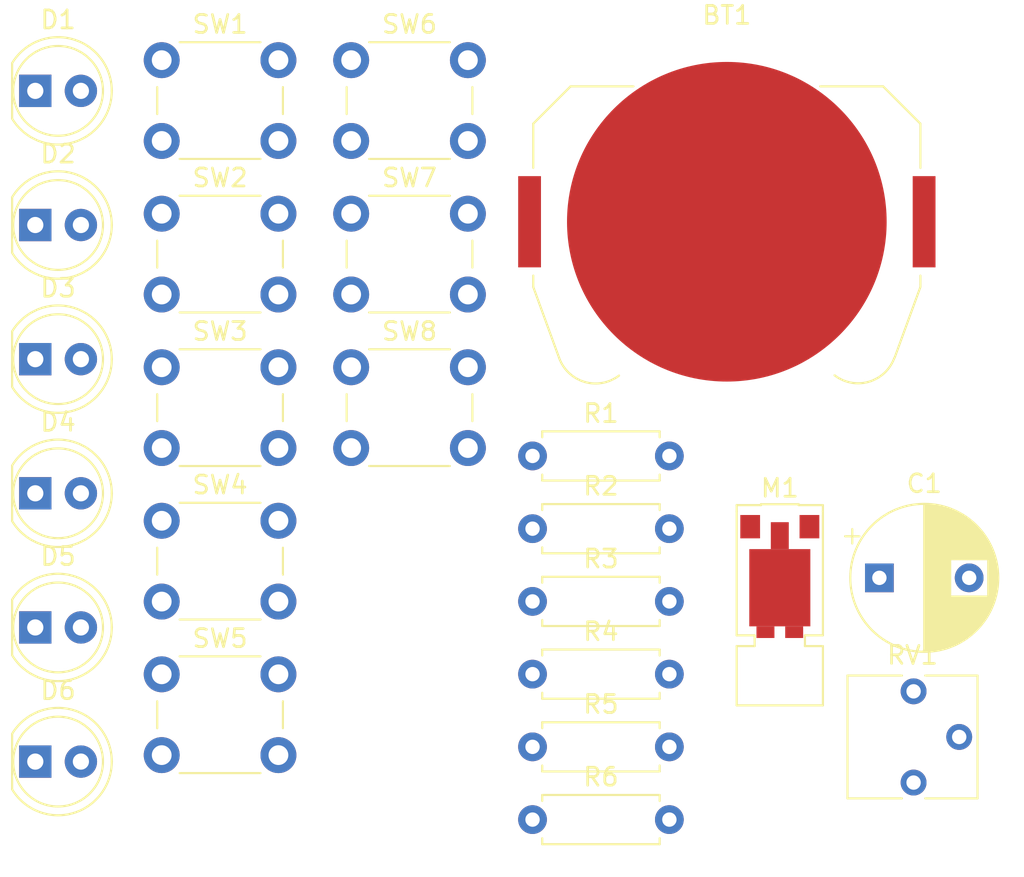
<source format=kicad_pcb>
(kicad_pcb (version 20240108) (generator "pcbnew") (generator_version "8.0")
  (layers (0 "F.Cu" signal) (31 "B.Cu" signal) (34 "B.Paste" user) (35 "F.Paste" user) (36 "B.SilkS" user "B.Silkscreen") (37 "F.SilkS" user "F.Silkscreen") (38 "B.Mask" user) (39 "F.Mask" user) (44 "Edge.Cuts" user))
  (net 0 "")
  (net 1 "Net-(BT1-+)")
  (net 2 "Net-(BT1--)")
  (net 3 "Net-(C1-Pad1)")
  (net 4 "Net-(RV1-Pad3)")
  (net 5 "Net-(D1-A)")
  (net 6 "Net-(D1-K)")
  (net 7 "Net-(D2-A)")
  (net 8 "Net-(D2-K)")
  (net 9 "Net-(D3-A)")
  (net 10 "Net-(D3-K)")
  (net 11 "Net-(M1-+)")
  (net 12 "Net-(D4-K)")
  (net 13 "Net-(D4-A)")
  (net 14 "Net-(D5-K)")
  (net 15 "Net-(D5-A)")
  (net 16 "Net-(D6-K)")
  (net 17 "Net-(D6-A)")
  (net 18 "Net-(SW1-Pad2)")
  (footprint "LED_THT:LED_D5.0mm" (layer "F.Cu") (at 100.072 89.145)
    (property "Reference" "D4" (at 1.27 -3.96 0) (layer "F.SilkS"))
    (property "Value" "LED")
    (fp_line (start -1.29 -1.545) (end -1.29 1.545) (stroke (width 0.12)) (layer "F.SilkS"))
    (fp_arc (start -1.29 -1.54483) (mid 2.071756 -2.880501) (end 4.26 -0.000048) (stroke (width 0.12)) (layer "F.SilkS"))
    (fp_arc (start 4.26 0.000048) (mid 2.071756 2.880501) (end -1.29 1.54483) (stroke (width 0.12)) (layer "F.SilkS"))
    (fp_circle (center 1.27 0) (end 3.77 0) (stroke (width 0.12)) (fill none) (layer "F.SilkS"))
    (pad "1" thru_hole rect (at 0 0) (size 1.8 1.8) (drill 0.9) (layers "*.Cu" "*.Mask") (net 12 "Net-(D4-K)"))
    (pad "2" thru_hole circle (at 2.54 0) (size 1.8 1.8) (drill 0.9) (layers "*.Cu" "*.Mask") (net 13 "Net-(D4-A)"))
  )
  (footprint "Button_Switch_THT:SW_PUSH_6mm" (layer "F.Cu") (at 107.112 99.225)
    (property "Reference" "SW5" (at 3.25 -2 0) (layer "F.SilkS"))
    (property "Value" "SW_Push_45deg")
    (fp_line (start -0.25 1.5) (end -0.25 3) (stroke (width 0.12)) (layer "F.SilkS"))
    (fp_line (start 1 5.5) (end 5.5 5.5) (stroke (width 0.12)) (layer "F.SilkS"))
    (fp_line (start 5.5 -1) (end 1 -1) (stroke (width 0.12)) (layer "F.SilkS"))
    (fp_line (start 6.75 3) (end 6.75 1.5) (stroke (width 0.12)) (layer "F.SilkS"))
    (pad "1" thru_hole circle (at 0 0 90) (size 2 2) (drill 1.1) (layers "*.Cu" "*.Mask") (net 2 "Net-(BT1--)"))
    (pad "1" thru_hole circle (at 6.5 0 90) (size 2 2) (drill 1.1) (layers "*.Cu" "*.Mask") (net 2 "Net-(BT1--)"))
    (pad "2" thru_hole circle (at 0 4.5 90) (size 2 2) (drill 1.1) (layers "*.Cu" "*.Mask") (net 13 "Net-(D4-A)"))
    (pad "2" thru_hole circle (at 6.5 4.5 90) (size 2 2) (drill 1.1) (layers "*.Cu" "*.Mask") (net 13 "Net-(D4-A)"))
  )
  (footprint "Button_Switch_THT:SW_PUSH_6mm" (layer "F.Cu") (at 107.112 73.575)
    (property "Reference" "SW2" (at 3.25 -2 0) (layer "F.SilkS"))
    (property "Value" "SW_Push_45deg")
    (fp_line (start -0.25 1.5) (end -0.25 3) (stroke (width 0.12)) (layer "F.SilkS"))
    (fp_line (start 1 5.5) (end 5.5 5.5) (stroke (width 0.12)) (layer "F.SilkS"))
    (fp_line (start 5.5 -1) (end 1 -1) (stroke (width 0.12)) (layer "F.SilkS"))
    (fp_line (start 6.75 3) (end 6.75 1.5) (stroke (width 0.12)) (layer "F.SilkS"))
    (pad "1" thru_hole circle (at 0 0 90) (size 2 2) (drill 1.1) (layers "*.Cu" "*.Mask") (net 2 "Net-(BT1--)"))
    (pad "1" thru_hole circle (at 6.5 0 90) (size 2 2) (drill 1.1) (layers "*.Cu" "*.Mask") (net 2 "Net-(BT1--)"))
    (pad "2" thru_hole circle (at 0 4.5 90) (size 2 2) (drill 1.1) (layers "*.Cu" "*.Mask") (net 5 "Net-(D1-A)"))
    (pad "2" thru_hole circle (at 6.5 4.5 90) (size 2 2) (drill 1.1) (layers "*.Cu" "*.Mask") (net 5 "Net-(D1-A)"))
  )
  (footprint "Potentiometer_THT:Potentiometer_Vishay_T73YP_Vertical" (layer "F.Cu") (at 148.981651 105.253)
    (property "Reference" "RV1" (at -0.06 -7.09 0) (layer "F.SilkS"))
    (property "Value" "R_Potentiometer")
    (fp_line (start -3.68 -5.96) (end -3.68 0.88) (stroke (width 0.12)) (layer "F.SilkS"))
    (fp_line (start -3.68 -5.96) (end -0.65 -5.96) (stroke (width 0.12)) (layer "F.SilkS"))
    (fp_line (start -3.68 0.88) (end -0.65 0.88) (stroke (width 0.12)) (layer "F.SilkS"))
    (fp_line (start 0.65 -5.96) (end 3.56 -5.96) (stroke (width 0.12)) (layer "F.SilkS"))
    (fp_line (start 0.65 0.88) (end 3.56 0.88) (stroke (width 0.12)) (layer "F.SilkS"))
    (fp_line (start 3.56 -5.96) (end 3.56 0.88) (stroke (width 0.12)) (layer "F.SilkS"))
    (pad "1" thru_hole circle (at 0 0) (size 1.44 1.44) (drill 0.8) (layers "*.Cu" "*.Mask") (net 3 "Net-(C1-Pad1)"))
    (pad "2" thru_hole circle (at 2.54 -2.54) (size 1.44 1.44) (drill 0.8) (layers "*.Cu" "*.Mask") (net 11 "Net-(M1-+)"))
    (pad "3" thru_hole circle (at 0 -5.08) (size 1.44 1.44) (drill 0.8) (layers "*.Cu" "*.Mask") (net 4 "Net-(RV1-Pad3)"))
  )
  (footprint "Capacitor_THT:CP_Radial_D8.0mm_P5.00mm" (layer "F.Cu") (at 147.076349 93.853)
    (property "Reference" "C1" (at 2.5 -5.25 0) (layer "F.SilkS"))
    (property "Value" "10uF")
    (fp_line (start -1.909698 -2.315) (end -1.109698 -2.315) (stroke (width 0.12)) (layer "F.SilkS"))
    (fp_line (start -1.509698 -2.715) (end -1.509698 -1.915) (stroke (width 0.12)) (layer "F.SilkS"))
    (fp_line (start 2.5 -4.08) (end 2.5 4.08) (stroke (width 0.12)) (layer "F.SilkS"))
    (fp_line (start 2.54 -4.08) (end 2.54 4.08) (stroke (width 0.12)) (layer "F.SilkS"))
    (fp_line (start 2.58 -4.08) (end 2.58 4.08) (stroke (width 0.12)) (layer "F.SilkS"))
    (fp_line (start 2.62 -4.079) (end 2.62 4.079) (stroke (width 0.12)) (layer "F.SilkS"))
    (fp_line (start 2.66 -4.077) (end 2.66 4.077) (stroke (width 0.12)) (layer "F.SilkS"))
    (fp_line (start 2.7 -4.076) (end 2.7 4.076) (stroke (width 0.12)) (layer "F.SilkS"))
    (fp_line (start 2.74 -4.074) (end 2.74 4.074) (stroke (width 0.12)) (layer "F.SilkS"))
    (fp_line (start 2.78 -4.071) (end 2.78 4.071) (stroke (width 0.12)) (layer "F.SilkS"))
    (fp_line (start 2.82 -4.068) (end 2.82 4.068) (stroke (width 0.12)) (layer "F.SilkS"))
    (fp_line (start 2.86 -4.065) (end 2.86 4.065) (stroke (width 0.12)) (layer "F.SilkS"))
    (fp_line (start 2.9 -4.061) (end 2.9 4.061) (stroke (width 0.12)) (layer "F.SilkS"))
    (fp_line (start 2.94 -4.057) (end 2.94 4.057) (stroke (width 0.12)) (layer "F.SilkS"))
    (fp_line (start 2.98 -4.052) (end 2.98 4.052) (stroke (width 0.12)) (layer "F.SilkS"))
    (fp_line (start 3.02 -4.048) (end 3.02 4.048) (stroke (width 0.12)) (layer "F.SilkS"))
    (fp_line (start 3.06 -4.042) (end 3.06 4.042) (stroke (width 0.12)) (layer "F.SilkS"))
    (fp_line (start 3.1 -4.037) (end 3.1 4.037) (stroke (width 0.12)) (layer "F.SilkS"))
    (fp_line (start 3.14 -4.03) (end 3.14 4.03) (stroke (width 0.12)) (layer "F.SilkS"))
    (fp_line (start 3.18 -4.024) (end 3.18 4.024) (stroke (width 0.12)) (layer "F.SilkS"))
    (fp_line (start 3.221 -4.017) (end 3.221 4.017) (stroke (width 0.12)) (layer "F.SilkS"))
    (fp_line (start 3.261 -4.01) (end 3.261 4.01) (stroke (width 0.12)) (layer "F.SilkS"))
    (fp_line (start 3.301 -4.002) (end 3.301 4.002) (stroke (width 0.12)) (layer "F.SilkS"))
    (fp_line (start 3.341 -3.994) (end 3.341 3.994) (stroke (width 0.12)) (layer "F.SilkS"))
    (fp_line (start 3.381 -3.985) (end 3.381 3.985) (stroke (width 0.12)) (layer "F.SilkS"))
    (fp_line (start 3.421 -3.976) (end 3.421 3.976) (stroke (width 0.12)) (layer "F.SilkS"))
    (fp_line (start 3.461 -3.967) (end 3.461 3.967) (stroke (width 0.12)) (layer "F.SilkS"))
    (fp_line (start 3.501 -3.957) (end 3.501 3.957) (stroke (width 0.12)) (layer "F.SilkS"))
    (fp_line (start 3.541 -3.947) (end 3.541 3.947) (stroke (width 0.12)) (layer "F.SilkS"))
    (fp_line (start 3.581 -3.936) (end 3.581 3.936) (stroke (width 0.12)) (layer "F.SilkS"))
    (fp_line (start 3.621 -3.925) (end 3.621 3.925) (stroke (width 0.12)) (layer "F.SilkS"))
    (fp_line (start 3.661 -3.914) (end 3.661 3.914) (stroke (width 0.12)) (layer "F.SilkS"))
    (fp_line (start 3.701 -3.902) (end 3.701 3.902) (stroke (width 0.12)) (layer "F.SilkS"))
    (fp_line (start 3.741 -3.889) (end 3.741 3.889) (stroke (width 0.12)) (layer "F.SilkS"))
    (fp_line (start 3.781 -3.877) (end 3.781 3.877) (stroke (width 0.12)) (layer "F.SilkS"))
    (fp_line (start 3.821 -3.863) (end 3.821 3.863) (stroke (width 0.12)) (layer "F.SilkS"))
    (fp_line (start 3.861 -3.85) (end 3.861 3.85) (stroke (width 0.12)) (layer "F.SilkS"))
    (fp_line (start 3.901 -3.835) (end 3.901 3.835) (stroke (width 0.12)) (layer "F.SilkS"))
    (fp_line (start 3.941 -3.821) (end 3.941 3.821) (stroke (width 0.12)) (layer "F.SilkS"))
    (fp_line (start 3.981 -3.805) (end 3.981 -1.04) (stroke (width 0.12)) (layer "F.SilkS"))
    (fp_line (start 3.981 1.04) (end 3.981 3.805) (stroke (width 0.12)) (layer "F.SilkS"))
    (fp_line (start 4.021 -3.79) (end 4.021 -1.04) (stroke (width 0.12)) (layer "F.SilkS"))
    (fp_line (start 4.021 1.04) (end 4.021 3.79) (stroke (width 0.12)) (layer "F.SilkS"))
    (fp_line (start 4.061 -3.774) (end 4.061 -1.04) (stroke (width 0.12)) (layer "F.SilkS"))
    (fp_line (start 4.061 1.04) (end 4.061 3.774) (stroke (width 0.12)) (layer "F.SilkS"))
    (fp_line (start 4.101 -3.757) (end 4.101 -1.04) (stroke (width 0.12)) (layer "F.SilkS"))
    (fp_line (start 4.101 1.04) (end 4.101 3.757) (stroke (width 0.12)) (layer "F.SilkS"))
    (fp_line (start 4.141 -3.74) (end 4.141 -1.04) (stroke (width 0.12)) (layer "F.SilkS"))
    (fp_line (start 4.141 1.04) (end 4.141 3.74) (stroke (width 0.12)) (layer "F.SilkS"))
    (fp_line (start 4.181 -3.722) (end 4.181 -1.04) (stroke (width 0.12)) (layer "F.SilkS"))
    (fp_line (start 4.181 1.04) (end 4.181 3.722) (stroke (width 0.12)) (layer "F.SilkS"))
    (fp_line (start 4.221 -3.704) (end 4.221 -1.04) (stroke (width 0.12)) (layer "F.SilkS"))
    (fp_line (start 4.221 1.04) (end 4.221 3.704) (stroke (width 0.12)) (layer "F.SilkS"))
    (fp_line (start 4.261 -3.686) (end 4.261 -1.04) (stroke (width 0.12)) (layer "F.SilkS"))
    (fp_line (start 4.261 1.04) (end 4.261 3.686) (stroke (width 0.12)) (layer "F.SilkS"))
    (fp_line (start 4.301 -3.666) (end 4.301 -1.04) (stroke (width 0.12)) (layer "F.SilkS"))
    (fp_line (start 4.301 1.04) (end 4.301 3.666) (stroke (width 0.12)) (layer "F.SilkS"))
    (fp_line (start 4.341 -3.647) (end 4.341 -1.04) (stroke (width 0.12)) (layer "F.SilkS"))
    (fp_line (start 4.341 1.04) (end 4.341 3.647) (stroke (width 0.12)) (layer "F.SilkS"))
    (fp_line (start 4.381 -3.627) (end 4.381 -1.04) (stroke (width 0.12)) (layer "F.SilkS"))
    (fp_line (start 4.381 1.04) (end 4.381 3.627) (stroke (width 0.12)) (layer "F.SilkS"))
    (fp_line (start 4.421 -3.606) (end 4.421 -1.04) (stroke (width 0.12)) (layer "F.SilkS"))
    (fp_line (start 4.421 1.04) (end 4.421 3.606) (stroke (width 0.12)) (layer "F.SilkS"))
    (fp_line (start 4.461 -3.584) (end 4.461 -1.04) (stroke (width 0.12)) (layer "F.SilkS"))
    (fp_line (start 4.461 1.04) (end 4.461 3.584) (stroke (width 0.12)) (layer "F.SilkS"))
    (fp_line (start 4.501 -3.562) (end 4.501 -1.04) (stroke (width 0.12)) (layer "F.SilkS"))
    (fp_line (start 4.501 1.04) (end 4.501 3.562) (stroke (width 0.12)) (layer "F.SilkS"))
    (fp_line (start 4.541 -3.54) (end 4.541 -1.04) (stroke (width 0.12)) (layer "F.SilkS"))
    (fp_line (start 4.541 1.04) (end 4.541 3.54) (stroke (width 0.12)) (layer "F.SilkS"))
    (fp_line (start 4.581 -3.517) (end 4.581 -1.04) (stroke (width 0.12)) (layer "F.SilkS"))
    (fp_line (start 4.581 1.04) (end 4.581 3.517) (stroke (width 0.12)) (layer "F.SilkS"))
    (fp_line (start 4.621 -3.493) (end 4.621 -1.04) (stroke (width 0.12)) (layer "F.SilkS"))
    (fp_line (start 4.621 1.04) (end 4.621 3.493) (stroke (width 0.12)) (layer "F.SilkS"))
    (fp_line (start 4.661 -3.469) (end 4.661 -1.04) (stroke (width 0.12)) (layer "F.SilkS"))
    (fp_line (start 4.661 1.04) (end 4.661 3.469) (stroke (width 0.12)) (layer "F.SilkS"))
    (fp_line (start 4.701 -3.444) (end 4.701 -1.04) (stroke (width 0.12)) (layer "F.SilkS"))
    (fp_line (start 4.701 1.04) (end 4.701 3.444) (stroke (width 0.12)) (layer "F.SilkS"))
    (fp_line (start 4.741 -3.418) (end 4.741 -1.04) (stroke (width 0.12)) (layer "F.SilkS"))
    (fp_line (start 4.741 1.04) (end 4.741 3.418) (stroke (width 0.12)) (layer "F.SilkS"))
    (fp_line (start 4.781 -3.392) (end 4.781 -1.04) (stroke (width 0.12)) (layer "F.SilkS"))
    (fp_line (start 4.781 1.04) (end 4.781 3.392) (stroke (width 0.12)) (layer "F.SilkS"))
    (fp_line (start 4.821 -3.365) (end 4.821 -1.04) (stroke (width 0.12)) (layer "F.SilkS"))
    (fp_line (start 4.821 1.04) (end 4.821 3.365) (stroke (width 0.12)) (layer "F.SilkS"))
    (fp_line (start 4.861 -3.338) (end 4.861 -1.04) (stroke (width 0.12)) (layer "F.SilkS"))
    (fp_line (start 4.861 1.04) (end 4.861 3.338) (stroke (width 0.12)) (layer "F.SilkS"))
    (fp_line (start 4.901 -3.309) (end 4.901 -1.04) (stroke (width 0.12)) (layer "F.SilkS"))
    (fp_line (start 4.901 1.04) (end 4.901 3.309) (stroke (width 0.12)) (layer "F.SilkS"))
    (fp_line (start 4.941 -3.28) (end 4.941 -1.04) (stroke (width 0.12)) (layer "F.SilkS"))
    (fp_line (start 4.941 1.04) (end 4.941 3.28) (stroke (width 0.12)) (layer "F.SilkS"))
    (fp_line (start 4.981 -3.25) (end 4.981 -1.04) (stroke (width 0.12)) (layer "F.SilkS"))
    (fp_line (start 4.981 1.04) (end 4.981 3.25) (stroke (width 0.12)) (layer "F.SilkS"))
    (fp_line (start 5.021 -3.22) (end 5.021 -1.04) (stroke (width 0.12)) (layer "F.SilkS"))
    (fp_line (start 5.021 1.04) (end 5.021 3.22) (stroke (width 0.12)) (layer "F.SilkS"))
    (fp_line (start 5.061 -3.189) (end 5.061 -1.04) (stroke (width 0.12)) (layer "F.SilkS"))
    (fp_line (start 5.061 1.04) (end 5.061 3.189) (stroke (width 0.12)) (layer "F.SilkS"))
    (fp_line (start 5.101 -3.156) (end 5.101 -1.04) (stroke (width 0.12)) (layer "F.SilkS"))
    (fp_line (start 5.101 1.04) (end 5.101 3.156) (stroke (width 0.12)) (layer "F.SilkS"))
    (fp_line (start 5.141 -3.124) (end 5.141 -1.04) (stroke (width 0.12)) (layer "F.SilkS"))
    (fp_line (start 5.141 1.04) (end 5.141 3.124) (stroke (width 0.12)) (layer "F.SilkS"))
    (fp_line (start 5.181 -3.09) (end 5.181 -1.04) (stroke (width 0.12)) (layer "F.SilkS"))
    (fp_line (start 5.181 1.04) (end 5.181 3.09) (stroke (width 0.12)) (layer "F.SilkS"))
    (fp_line (start 5.221 -3.055) (end 5.221 -1.04) (stroke (width 0.12)) (layer "F.SilkS"))
    (fp_line (start 5.221 1.04) (end 5.221 3.055) (stroke (width 0.12)) (layer "F.SilkS"))
    (fp_line (start 5.261 -3.019) (end 5.261 -1.04) (stroke (width 0.12)) (layer "F.SilkS"))
    (fp_line (start 5.261 1.04) (end 5.261 3.019) (stroke (width 0.12)) (layer "F.SilkS"))
    (fp_line (start 5.301 -2.983) (end 5.301 -1.04) (stroke (width 0.12)) (layer "F.SilkS"))
    (fp_line (start 5.301 1.04) (end 5.301 2.983) (stroke (width 0.12)) (layer "F.SilkS"))
    (fp_line (start 5.341 -2.945) (end 5.341 -1.04) (stroke (width 0.12)) (layer "F.SilkS"))
    (fp_line (start 5.341 1.04) (end 5.341 2.945) (stroke (width 0.12)) (layer "F.SilkS"))
    (fp_line (start 5.381 -2.907) (end 5.381 -1.04) (stroke (width 0.12)) (layer "F.SilkS"))
    (fp_line (start 5.381 1.04) (end 5.381 2.907) (stroke (width 0.12)) (layer "F.SilkS"))
    (fp_line (start 5.421 -2.867) (end 5.421 -1.04) (stroke (width 0.12)) (layer "F.SilkS"))
    (fp_line (start 5.421 1.04) (end 5.421 2.867) (stroke (width 0.12)) (layer "F.SilkS"))
    (fp_line (start 5.461 -2.826) (end 5.461 -1.04) (stroke (width 0.12)) (layer "F.SilkS"))
    (fp_line (start 5.461 1.04) (end 5.461 2.826) (stroke (width 0.12)) (layer "F.SilkS"))
    (fp_line (start 5.501 -2.784) (end 5.501 -1.04) (stroke (width 0.12)) (layer "F.SilkS"))
    (fp_line (start 5.501 1.04) (end 5.501 2.784) (stroke (width 0.12)) (layer "F.SilkS"))
    (fp_line (start 5.541 -2.741) (end 5.541 -1.04) (stroke (width 0.12)) (layer "F.SilkS"))
    (fp_line (start 5.541 1.04) (end 5.541 2.741) (stroke (width 0.12)) (layer "F.SilkS"))
    (fp_line (start 5.581 -2.697) (end 5.581 -1.04) (stroke (width 0.12)) (layer "F.SilkS"))
    (fp_line (start 5.581 1.04) (end 5.581 2.697) (stroke (width 0.12)) (layer "F.SilkS"))
    (fp_line (start 5.621 -2.651) (end 5.621 -1.04) (stroke (width 0.12)) (layer "F.SilkS"))
    (fp_line (start 5.621 1.04) (end 5.621 2.651) (stroke (width 0.12)) (layer "F.SilkS"))
    (fp_line (start 5.661 -2.604) (end 5.661 -1.04) (stroke (width 0.12)) (layer "F.SilkS"))
    (fp_line (start 5.661 1.04) (end 5.661 2.604) (stroke (width 0.12)) (layer "F.SilkS"))
    (fp_line (start 5.701 -2.556) (end 5.701 -1.04) (stroke (width 0.12)) (layer "F.SilkS"))
    (fp_line (start 5.701 1.04) (end 5.701 2.556) (stroke (width 0.12)) (layer "F.SilkS"))
    (fp_line (start 5.741 -2.505) (end 5.741 -1.04) (stroke (width 0.12)) (layer "F.SilkS"))
    (fp_line (start 5.741 1.04) (end 5.741 2.505) (stroke (width 0.12)) (layer "F.SilkS"))
    (fp_line (start 5.781 -2.454) (end 5.781 -1.04) (stroke (width 0.12)) (layer "F.SilkS"))
    (fp_line (start 5.781 1.04) (end 5.781 2.454) (stroke (width 0.12)) (layer "F.SilkS"))
    (fp_line (start 5.821 -2.4) (end 5.821 -1.04) (stroke (width 0.12)) (layer "F.SilkS"))
    (fp_line (start 5.821 1.04) (end 5.821 2.4) (stroke (width 0.12)) (layer "F.SilkS"))
    (fp_line (start 5.861 -2.345) (end 5.861 -1.04) (stroke (width 0.12)) (layer "F.SilkS"))
    (fp_line (start 5.861 1.04) (end 5.861 2.345) (stroke (width 0.12)) (layer "F.SilkS"))
    (fp_line (start 5.901 -2.287) (end 5.901 -1.04) (stroke (width 0.12)) (layer "F.SilkS"))
    (fp_line (start 5.901 1.04) (end 5.901 2.287) (stroke (width 0.12)) (layer "F.SilkS"))
    (fp_line (start 5.941 -2.228) (end 5.941 -1.04) (stroke (width 0.12)) (layer "F.SilkS"))
    (fp_line (start 5.941 1.04) (end 5.941 2.228) (stroke (width 0.12)) (layer "F.SilkS"))
    (fp_line (start 5.981 -2.166) (end 5.981 -1.04) (stroke (width 0.12)) (layer "F.SilkS"))
    (fp_line (start 5.981 1.04) (end 5.981 2.166) (stroke (width 0.12)) (layer "F.SilkS"))
    (fp_line (start 6.021 -2.102) (end 6.021 -1.04) (stroke (width 0.12)) (layer "F.SilkS"))
    (fp_line (start 6.021 1.04) (end 6.021 2.102) (stroke (width 0.12)) (layer "F.SilkS"))
    (fp_line (start 6.061 -2.034) (end 6.061 2.034) (stroke (width 0.12)) (layer "F.SilkS"))
    (fp_line (start 6.101 -1.964) (end 6.101 1.964) (stroke (width 0.12)) (layer "F.SilkS"))
    (fp_line (start 6.141 -1.89) (end 6.141 1.89) (stroke (width 0.12)) (layer "F.SilkS"))
    (fp_line (start 6.181 -1.813) (end 6.181 1.813) (stroke (width 0.12)) (layer "F.SilkS"))
    (fp_line (start 6.221 -1.731) (end 6.221 1.731) (stroke (width 0.12)) (layer "F.SilkS"))
    (fp_line (start 6.261 -1.645) (end 6.261 1.645) (stroke (width 0.12)) (layer "F.SilkS"))
    (fp_line (start 6.301 -1.552) (end 6.301 1.552) (stroke (width 0.12)) (layer "F.SilkS"))
    (fp_line (start 6.341 -1.453) (end 6.341 1.453) (stroke (width 0.12)) (layer "F.SilkS"))
    (fp_line (start 6.381 -1.346) (end 6.381 1.346) (stroke (width 0.12)) (layer "F.SilkS"))
    (fp_line (start 6.421 -1.229) (end 6.421 1.229) (stroke (width 0.12)) (layer "F.SilkS"))
    (fp_line (start 6.461 -1.098) (end 6.461 1.098) (stroke (width 0.12)) (layer "F.SilkS"))
    (fp_line (start 6.501 -0.948) (end 6.501 0.948) (stroke (width 0.12)) (layer "F.SilkS"))
    (fp_line (start 6.541 -0.768) (end 6.541 0.768) (stroke (width 0.12)) (layer "F.SilkS"))
    (fp_line (start 6.581 -0.533) (end 6.581 0.533) (stroke (width 0.12)) (layer "F.SilkS"))
    (fp_circle (center 2.5 0) (end 6.62 0) (stroke (width 0.12)) (fill none) (layer "F.SilkS"))
    (pad "1" thru_hole rect (at 0 0) (size 1.6 1.6) (drill 0.8) (layers "*.Cu" "*.Mask") (net 3 "Net-(C1-Pad1)"))
    (pad "2" thru_hole circle (at 5 0) (size 1.6 1.6) (drill 0.8) (layers "*.Cu" "*.Mask") (net 1 "Net-(BT1-+)"))
  )
  (footprint "LED_THT:LED_D5.0mm" (layer "F.Cu") (at 100.072 81.675)
    (property "Reference" "D3" (at 1.27 -3.96 0) (layer "F.SilkS"))
    (property "Value" "LED")
    (fp_line (start -1.29 -1.545) (end -1.29 1.545) (stroke (width 0.12)) (layer "F.SilkS"))
    (fp_arc (start -1.29 -1.54483) (mid 2.071756 -2.880501) (end 4.26 -0.000048) (stroke (width 0.12)) (layer "F.SilkS"))
    (fp_arc (start 4.26 0.000048) (mid 2.071756 2.880501) (end -1.29 1.54483) (stroke (width 0.12)) (layer "F.SilkS"))
    (fp_circle (center 1.27 0) (end 3.77 0) (stroke (width 0.12)) (fill none) (layer "F.SilkS"))
    (pad "1" thru_hole rect (at 0 0) (size 1.8 1.8) (drill 0.9) (layers "*.Cu" "*.Mask") (net 10 "Net-(D3-K)"))
    (pad "2" thru_hole circle (at 2.54 0) (size 1.8 1.8) (drill 0.9) (layers "*.Cu" "*.Mask") (net 9 "Net-(D3-A)"))
  )
  (footprint "Resistor_THT:R_Axial_DIN0207_L6.3mm_D2.5mm_P7.62mm_Horizontal" (layer "F.Cu") (at 127.762 91.115)
    (property "Reference" "R2" (at 3.81 -2.37 0) (layer "F.SilkS"))
    (property "Value" "220Ω")
    (fp_line (start 0.54 -1.37) (end 7.08 -1.37) (stroke (width 0.12)) (layer "F.SilkS"))
    (fp_line (start 0.54 -1.04) (end 0.54 -1.37) (stroke (width 0.12)) (layer "F.SilkS"))
    (fp_line (start 0.54 1.04) (end 0.54 1.37) (stroke (width 0.12)) (layer "F.SilkS"))
    (fp_line (start 0.54 1.37) (end 7.08 1.37) (stroke (width 0.12)) (layer "F.SilkS"))
    (fp_line (start 7.08 -1.37) (end 7.08 -1.04) (stroke (width 0.12)) (layer "F.SilkS"))
    (fp_line (start 7.08 1.37) (end 7.08 1.04) (stroke (width 0.12)) (layer "F.SilkS"))
    (pad "1" thru_hole circle (at 0 0) (size 1.6 1.6) (drill 0.8) (layers "*.Cu" "*.Mask") (net 8 "Net-(D2-K)"))
    (pad "2" thru_hole oval (at 7.62 0) (size 1.6 1.6) (drill 0.8) (layers "*.Cu" "*.Mask") (net 1 "Net-(BT1-+)"))
  )
  (footprint "Button_Switch_THT:SW_PUSH_6mm" (layer "F.Cu") (at 117.662 73.575)
    (property "Reference" "SW7" (at 3.25 -2 0) (layer "F.SilkS"))
    (property "Value" "SW_Push_45deg")
    (fp_line (start -0.25 1.5) (end -0.25 3) (stroke (width 0.12)) (layer "F.SilkS"))
    (fp_line (start 1 5.5) (end 5.5 5.5) (stroke (width 0.12)) (layer "F.SilkS"))
    (fp_line (start 5.5 -1) (end 1 -1) (stroke (width 0.12)) (layer "F.SilkS"))
    (fp_line (start 6.75 3) (end 6.75 1.5) (stroke (width 0.12)) (layer "F.SilkS"))
    (pad "1" thru_hole circle (at 0 0 90) (size 2 2) (drill 1.1) (layers "*.Cu" "*.Mask") (net 2 "Net-(BT1--)"))
    (pad "1" thru_hole circle (at 6.5 0 90) (size 2 2) (drill 1.1) (layers "*.Cu" "*.Mask") (net 2 "Net-(BT1--)"))
    (pad "2" thru_hole circle (at 0 4.5 90) (size 2 2) (drill 1.1) (layers "*.Cu" "*.Mask") (net 17 "Net-(D6-A)"))
    (pad "2" thru_hole circle (at 6.5 4.5 90) (size 2 2) (drill 1.1) (layers "*.Cu" "*.Mask") (net 17 "Net-(D6-A)"))
  )
  (footprint "LED_THT:LED_D5.0mm" (layer "F.Cu") (at 100.072 96.615)
    (property "Reference" "D5" (at 1.27 -3.96 0) (layer "F.SilkS"))
    (property "Value" "LED")
    (fp_line (start -1.29 -1.545) (end -1.29 1.545) (stroke (width 0.12)) (layer "F.SilkS"))
    (fp_arc (start -1.29 -1.54483) (mid 2.071756 -2.880501) (end 4.26 -0.000048) (stroke (width 0.12)) (layer "F.SilkS"))
    (fp_arc (start 4.26 0.000048) (mid 2.071756 2.880501) (end -1.29 1.54483) (stroke (width 0.12)) (layer "F.SilkS"))
    (fp_circle (center 1.27 0) (end 3.77 0) (stroke (width 0.12)) (fill none) (layer "F.SilkS"))
    (pad "1" thru_hole rect (at 0 0) (size 1.8 1.8) (drill 0.9) (layers "*.Cu" "*.Mask") (net 14 "Net-(D5-K)"))
    (pad "2" thru_hole circle (at 2.54 0) (size 1.8 1.8) (drill 0.9) (layers "*.Cu" "*.Mask") (net 15 "Net-(D5-A)"))
  )
  (footprint "Resistor_THT:R_Axial_DIN0207_L6.3mm_D2.5mm_P7.62mm_Horizontal" (layer "F.Cu") (at 127.762 99.215)
    (property "Reference" "R4" (at 3.81 -2.37 0) (layer "F.SilkS"))
    (property "Value" "220Ω")
    (fp_line (start 0.54 -1.37) (end 7.08 -1.37) (stroke (width 0.12)) (layer "F.SilkS"))
    (fp_line (start 0.54 -1.04) (end 0.54 -1.37) (stroke (width 0.12)) (layer "F.SilkS"))
    (fp_line (start 0.54 1.04) (end 0.54 1.37) (stroke (width 0.12)) (layer "F.SilkS"))
    (fp_line (start 0.54 1.37) (end 7.08 1.37) (stroke (width 0.12)) (layer "F.SilkS"))
    (fp_line (start 7.08 -1.37) (end 7.08 -1.04) (stroke (width 0.12)) (layer "F.SilkS"))
    (fp_line (start 7.08 1.37) (end 7.08 1.04) (stroke (width 0.12)) (layer "F.SilkS"))
    (pad "1" thru_hole circle (at 0 0) (size 1.6 1.6) (drill 0.8) (layers "*.Cu" "*.Mask") (net 12 "Net-(D4-K)"))
    (pad "2" thru_hole oval (at 7.62 0) (size 1.6 1.6) (drill 0.8) (layers "*.Cu" "*.Mask") (net 1 "Net-(BT1-+)"))
  )
  (footprint "LED_THT:LED_D5.0mm" (layer "F.Cu") (at 100.072 66.735)
    (property "Reference" "D1" (at 1.27 -3.96 0) (layer "F.SilkS"))
    (property "Value" "LED")
    (fp_line (start -1.29 -1.545) (end -1.29 1.545) (stroke (width 0.12)) (layer "F.SilkS"))
    (fp_arc (start -1.29 -1.54483) (mid 2.071756 -2.880501) (end 4.26 -0.000048) (stroke (width 0.12)) (layer "F.SilkS"))
    (fp_arc (start 4.26 0.000048) (mid 2.071756 2.880501) (end -1.29 1.54483) (stroke (width 0.12)) (layer "F.SilkS"))
    (fp_circle (center 1.27 0) (end 3.77 0) (stroke (width 0.12)) (fill none) (layer "F.SilkS"))
    (pad "1" thru_hole rect (at 0 0) (size 1.8 1.8) (drill 0.9) (layers "*.Cu" "*.Mask") (net 6 "Net-(D1-K)"))
    (pad "2" thru_hole circle (at 2.54 0) (size 1.8 1.8) (drill 0.9) (layers "*.Cu" "*.Mask") (net 5 "Net-(D1-A)"))
  )
  (footprint "Button_Switch_THT:SW_PUSH_6mm" (layer "F.Cu") (at 117.662 65.025)
    (property "Reference" "SW6" (at 3.25 -2 0) (layer "F.SilkS"))
    (property "Value" "SW_Push_45deg")
    (fp_line (start -0.25 1.5) (end -0.25 3) (stroke (width 0.12)) (layer "F.SilkS"))
    (fp_line (start 1 5.5) (end 5.5 5.5) (stroke (width 0.12)) (layer "F.SilkS"))
    (fp_line (start 5.5 -1) (end 1 -1) (stroke (width 0.12)) (layer "F.SilkS"))
    (fp_line (start 6.75 3) (end 6.75 1.5) (stroke (width 0.12)) (layer "F.SilkS"))
    (pad "1" thru_hole circle (at 0 0 90) (size 2 2) (drill 1.1) (layers "*.Cu" "*.Mask") (net 2 "Net-(BT1--)"))
    (pad "1" thru_hole circle (at 6.5 0 90) (size 2 2) (drill 1.1) (layers "*.Cu" "*.Mask") (net 2 "Net-(BT1--)"))
    (pad "2" thru_hole circle (at 0 4.5 90) (size 2 2) (drill 1.1) (layers "*.Cu" "*.Mask") (net 15 "Net-(D5-A)"))
    (pad "2" thru_hole circle (at 6.5 4.5 90) (size 2 2) (drill 1.1) (layers "*.Cu" "*.Mask") (net 15 "Net-(D5-A)"))
  )
  (footprint "Resistor_THT:R_Axial_DIN0207_L6.3mm_D2.5mm_P7.62mm_Horizontal" (layer "F.Cu") (at 127.762 103.265)
    (property "Reference" "R5" (at 3.81 -2.37 0) (layer "F.SilkS"))
    (property "Value" "220Ω")
    (fp_line (start 0.54 -1.37) (end 7.08 -1.37) (stroke (width 0.12)) (layer "F.SilkS"))
    (fp_line (start 0.54 -1.04) (end 0.54 -1.37) (stroke (width 0.12)) (layer "F.SilkS"))
    (fp_line (start 0.54 1.04) (end 0.54 1.37) (stroke (width 0.12)) (layer "F.SilkS"))
    (fp_line (start 0.54 1.37) (end 7.08 1.37) (stroke (width 0.12)) (layer "F.SilkS"))
    (fp_line (start 7.08 -1.37) (end 7.08 -1.04) (stroke (width 0.12)) (layer "F.SilkS"))
    (fp_line (start 7.08 1.37) (end 7.08 1.04) (stroke (width 0.12)) (layer "F.SilkS"))
    (pad "1" thru_hole circle (at 0 0) (size 1.6 1.6) (drill 0.8) (layers "*.Cu" "*.Mask") (net 14 "Net-(D5-K)"))
    (pad "2" thru_hole oval (at 7.62 0) (size 1.6 1.6) (drill 0.8) (layers "*.Cu" "*.Mask") (net 1 "Net-(BT1-+)"))
  )
  (footprint "LED_THT:LED_D5.0mm" (layer "F.Cu") (at 100.072 74.205)
    (property "Reference" "D2" (at 1.27 -3.96 0) (layer "F.SilkS"))
    (property "Value" "LED")
    (fp_line (start -1.29 -1.545) (end -1.29 1.545) (stroke (width 0.12)) (layer "F.SilkS"))
    (fp_arc (start -1.29 -1.54483) (mid 2.071756 -2.880501) (end 4.26 -0.000048) (stroke (width 0.12)) (layer "F.SilkS"))
    (fp_arc (start 4.26 0.000048) (mid 2.071756 2.880501) (end -1.29 1.54483) (stroke (width 0.12)) (layer "F.SilkS"))
    (fp_circle (center 1.27 0) (end 3.77 0) (stroke (width 0.12)) (fill none) (layer "F.SilkS"))
    (pad "1" thru_hole rect (at 0 0) (size 1.8 1.8) (drill 0.9) (layers "*.Cu" "*.Mask") (net 8 "Net-(D2-K)"))
    (pad "2" thru_hole circle (at 2.54 0) (size 1.8 1.8) (drill 0.9) (layers "*.Cu" "*.Mask") (net 7 "Net-(D2-A)"))
  )
  (footprint "Resistor_THT:R_Axial_DIN0207_L6.3mm_D2.5mm_P7.62mm_Horizontal" (layer "F.Cu") (at 127.762 87.065)
    (property "Reference" "R1" (at 3.81 -2.37 0) (layer "F.SilkS"))
    (property "Value" "220Ω")
    (fp_line (start 0.54 -1.37) (end 7.08 -1.37) (stroke (width 0.12)) (layer "F.SilkS"))
    (fp_line (start 0.54 -1.04) (end 0.54 -1.37) (stroke (width 0.12)) (layer "F.SilkS"))
    (fp_line (start 0.54 1.04) (end 0.54 1.37) (stroke (width 0.12)) (layer "F.SilkS"))
    (fp_line (start 0.54 1.37) (end 7.08 1.37) (stroke (width 0.12)) (layer "F.SilkS"))
    (fp_line (start 7.08 -1.37) (end 7.08 -1.04) (stroke (width 0.12)) (layer "F.SilkS"))
    (fp_line (start 7.08 1.37) (end 7.08 1.04) (stroke (width 0.12)) (layer "F.SilkS"))
    (pad "1" thru_hole circle (at 0 0) (size 1.6 1.6) (drill 0.8) (layers "*.Cu" "*.Mask") (net 6 "Net-(D1-K)"))
    (pad "2" thru_hole oval (at 7.62 0) (size 1.6 1.6) (drill 0.8) (layers "*.Cu" "*.Mask") (net 1 "Net-(BT1-+)"))
  )
  (footprint "Button_Switch_THT:SW_PUSH_6mm" (layer "F.Cu") (at 107.112 82.125)
    (property "Reference" "SW3" (at 3.25 -2 0) (layer "F.SilkS"))
    (property "Value" "SW_Push_45deg")
    (fp_line (start -0.25 1.5) (end -0.25 3) (stroke (width 0.12)) (layer "F.SilkS"))
    (fp_line (start 1 5.5) (end 5.5 5.5) (stroke (width 0.12)) (layer "F.SilkS"))
    (fp_line (start 5.5 -1) (end 1 -1) (stroke (width 0.12)) (layer "F.SilkS"))
    (fp_line (start 6.75 3) (end 6.75 1.5) (stroke (width 0.12)) (layer "F.SilkS"))
    (pad "1" thru_hole circle (at 0 0 90) (size 2 2) (drill 1.1) (layers "*.Cu" "*.Mask") (net 2 "Net-(BT1--)"))
    (pad "1" thru_hole circle (at 6.5 0 90) (size 2 2) (drill 1.1) (layers "*.Cu" "*.Mask") (net 2 "Net-(BT1--)"))
    (pad "2" thru_hole circle (at 0 4.5 90) (size 2 2) (drill 1.1) (layers "*.Cu" "*.Mask") (net 7 "Net-(D2-A)"))
    (pad "2" thru_hole circle (at 6.5 4.5 90) (size 2 2) (drill 1.1) (layers "*.Cu" "*.Mask") (net 7 "Net-(D2-A)"))
  )
  (footprint "Resistor_THT:R_Axial_DIN0207_L6.3mm_D2.5mm_P7.62mm_Horizontal" (layer "F.Cu") (at 127.762 107.315)
    (property "Reference" "R6" (at 3.81 -2.37 0) (layer "F.SilkS"))
    (property "Value" "220Ω")
    (fp_line (start 0.54 -1.37) (end 7.08 -1.37) (stroke (width 0.12)) (layer "F.SilkS"))
    (fp_line (start 0.54 -1.04) (end 0.54 -1.37) (stroke (width 0.12)) (layer "F.SilkS"))
    (fp_line (start 0.54 1.04) (end 0.54 1.37) (stroke (width 0.12)) (layer "F.SilkS"))
    (fp_line (start 0.54 1.37) (end 7.08 1.37) (stroke (width 0.12)) (layer "F.SilkS"))
    (fp_line (start 7.08 -1.37) (end 7.08 -1.04) (stroke (width 0.12)) (layer "F.SilkS"))
    (fp_line (start 7.08 1.37) (end 7.08 1.04) (stroke (width 0.12)) (layer "F.SilkS"))
    (pad "1" thru_hole circle (at 0 0) (size 1.6 1.6) (drill 0.8) (layers "*.Cu" "*.Mask") (net 16 "Net-(D6-K)"))
    (pad "2" thru_hole oval (at 7.62 0) (size 1.6 1.6) (drill 0.8) (layers "*.Cu" "*.Mask") (net 1 "Net-(BT1-+)"))
  )
  (footprint "Motors:Vybronics_VZ30C1T8219732L" (layer "F.Cu") (at 141.531651 95.353)
    (property "Reference" "M1" (at 0 -6.5 0) (layer "F.SilkS"))
    (property "Value" "Motor_DC")
    (fp_line (start -2.4 -5.55) (end -1.05 -5.55) (stroke (width 0.12)) (layer "F.SilkS"))
    (fp_line (start -2.4 -5.2) (end -2.4 -5.55) (stroke (width 0.12)) (layer "F.SilkS"))
    (fp_line (start -2.4 1.7) (end -2.4 -5.2) (stroke (width 0.12)) (layer "F.SilkS"))
    (fp_line (start -2.4 2.3) (end -1.4 2.3) (stroke (width 0.12)) (layer "F.SilkS"))
    (fp_line (start -2.4 5.6) (end -2.4 2.3) (stroke (width 0.12)) (layer "F.SilkS"))
    (fp_line (start -1.4 1.7) (end -2.4 1.7) (stroke (width 0.12)) (layer "F.SilkS"))
    (fp_line (start -1.4 2.3) (end -1.4 1.7) (stroke (width 0.12)) (layer "F.SilkS"))
    (fp_line (start -1.05 -5.6) (end 1.05 -5.6) (stroke (width 0.12)) (layer "F.SilkS"))
    (fp_line (start -1.05 -5.55) (end -1.05 -5.6) (stroke (width 0.12)) (layer "F.SilkS"))
    (fp_line (start 1.05 -5.6) (end 1.05 -5.55) (stroke (width 0.12)) (layer "F.SilkS"))
    (fp_line (start 1.05 -5.55) (end 2.4 -5.55) (stroke (width 0.12)) (layer "F.SilkS"))
    (fp_line (start 1.4 1.7) (end 1.4 2.3) (stroke (width 0.12)) (layer "F.SilkS"))
    (fp_line (start 1.4 2.3) (end 2.4 2.3) (stroke (width 0.12)) (layer "F.SilkS"))
    (fp_line (start 2.4 -5.55) (end 2.4 -5.2) (stroke (width 0.12)) (layer "F.SilkS"))
    (fp_line (start 2.4 -5.2) (end 2.4 1.7) (stroke (width 0.12)) (layer "F.SilkS"))
    (fp_line (start 2.4 1.7) (end 1.4 1.7) (stroke (width 0.12)) (layer "F.SilkS"))
    (fp_line (start 2.4 2.3) (end 2.4 5.6) (stroke (width 0.12)) (layer "F.SilkS"))
    (fp_line (start 2.4 5.6) (end -2.4 5.6) (stroke (width 0.12)) (layer "F.SilkS"))
    (pad "1" smd rect (at -1.65 -4.35 270) (size 1.3 1.1) (layers "F.Cu" "F.Paste" "F.Mask") (net 11 "Net-(M1-+)"))
    (pad "2" smd rect (at 1.65 -4.35 270) (size 1.3 1.1) (layers "F.Cu" "F.Paste" "F.Mask") (net 2 "Net-(BT1--)"))
    (pad "SH" smd rect (at -0.8 1.525) (size 1 0.65) (layers "F.Cu" "F.Paste" "F.Mask"))
    (pad "SH" smd rect (at 0 -3.85 270) (size 1.5 1) (layers "F.Cu" "F.Paste" "F.Mask"))
    (pad "SH" smd rect (at 0 -0.95 270) (size 4.3 3.4) (layers "F.Cu" "F.Mask"))
    (pad "SH" smd rect (at 0.8 1.525) (size 1 0.65) (layers "F.Cu" "F.Paste" "F.Mask"))
  )
  (footprint "Battery:BatteryHolder_Keystone_3034_1x20mm" (layer "F.Cu") (at 138.582 74.023075)
    (property "Reference" "BT1" (at 0 -11.5 0) (layer "F.SilkS"))
    (property "Value" "Battery_Cell")
    (fp_line (start -10.78 -5.46) (end -10.78 -3) (stroke (width 0.12)) (layer "F.SilkS"))
    (fp_line (start -10.78 3) (end -10.78 3.63) (stroke (width 0.12)) (layer "F.SilkS"))
    (fp_line (start -10.78 3.63) (end -9.34 7.58) (stroke (width 0.12)) (layer "F.SilkS"))
    (fp_line (start -8.7 -7.54) (end -10.78 -5.46) (stroke (width 0.12)) (layer "F.SilkS"))
    (fp_line (start -5.2 -7.54) (end -8.7 -7.54) (stroke (width 0.12)) (layer "F.SilkS"))
    (fp_line (start 8.7 -7.54) (end 5.2 -7.54) (stroke (width 0.12)) (layer "F.SilkS"))
    (fp_line (start 8.7 -7.54) (end 10.78 -5.46) (stroke (width 0.12)) (layer "F.SilkS"))
    (fp_line (start 10.78 -5.46) (end 10.78 -3) (stroke (width 0.12)) (layer "F.SilkS"))
    (fp_line (start 10.78 3) (end 10.78 3.63) (stroke (width 0.12)) (layer "F.SilkS"))
    (fp_line (start 10.78 3.63) (end 9.34 7.58) (stroke (width 0.12)) (layer "F.SilkS"))
    (fp_arc (start -6.003354 8.56653) (mid -7.921654 8.918738) (end -9.34 7.58) (stroke (width 0.12)) (layer "F.SilkS"))
    (fp_arc (start 9.325243 7.588169) (mid 7.90634 8.911668) (end 6 8.55) (stroke (width 0.12)) (layer "F.SilkS"))
    (pad "1" smd rect (at -10.985 0) (size 1.27 5.08) (layers "F.Cu" "F.Paste" "F.Mask") (net 1 "Net-(BT1-+)"))
    (pad "1" smd rect (at 10.985 0) (size 1.27 5.08) (layers "F.Cu" "F.Paste" "F.Mask") (net 1 "Net-(BT1-+)"))
    (pad "2" smd circle (at 0 0) (size 17.8 17.8) (layers "F.Cu" "F.Mask") (net 2 "Net-(BT1--)"))
  )
  (footprint "Resistor_THT:R_Axial_DIN0207_L6.3mm_D2.5mm_P7.62mm_Horizontal" (layer "F.Cu") (at 127.762 95.165)
    (property "Reference" "R3" (at 3.81 -2.37 0) (layer "F.SilkS"))
    (property "Value" "220Ω")
    (fp_line (start 0.54 -1.37) (end 7.08 -1.37) (stroke (width 0.12)) (layer "F.SilkS"))
    (fp_line (start 0.54 -1.04) (end 0.54 -1.37) (stroke (width 0.12)) (layer "F.SilkS"))
    (fp_line (start 0.54 1.04) (end 0.54 1.37) (stroke (width 0.12)) (layer "F.SilkS"))
    (fp_line (start 0.54 1.37) (end 7.08 1.37) (stroke (width 0.12)) (layer "F.SilkS"))
    (fp_line (start 7.08 -1.37) (end 7.08 -1.04) (stroke (width 0.12)) (layer "F.SilkS"))
    (fp_line (start 7.08 1.37) (end 7.08 1.04) (stroke (width 0.12)) (layer "F.SilkS"))
    (pad "1" thru_hole circle (at 0 0) (size 1.6 1.6) (drill 0.8) (layers "*.Cu" "*.Mask") (net 10 "Net-(D3-K)"))
    (pad "2" thru_hole oval (at 7.62 0) (size 1.6 1.6) (drill 0.8) (layers "*.Cu" "*.Mask") (net 1 "Net-(BT1-+)"))
  )
  (footprint "Button_Switch_THT:SW_PUSH_6mm" (layer "F.Cu") (at 107.112 90.675)
    (property "Reference" "SW4" (at 3.25 -2 0) (layer "F.SilkS"))
    (property "Value" "SW_Push_45deg")
    (fp_line (start -0.25 1.5) (end -0.25 3) (stroke (width 0.12)) (layer "F.SilkS"))
    (fp_line (start 1 5.5) (end 5.5 5.5) (stroke (width 0.12)) (layer "F.SilkS"))
    (fp_line (start 5.5 -1) (end 1 -1) (stroke (width 0.12)) (layer "F.SilkS"))
    (fp_line (start 6.75 3) (end 6.75 1.5) (stroke (width 0.12)) (layer "F.SilkS"))
    (pad "1" thru_hole circle (at 0 0 90) (size 2 2) (drill 1.1) (layers "*.Cu" "*.Mask") (net 2 "Net-(BT1--)"))
    (pad "1" thru_hole circle (at 6.5 0 90) (size 2 2) (drill 1.1) (layers "*.Cu" "*.Mask") (net 2 "Net-(BT1--)"))
    (pad "2" thru_hole circle (at 0 4.5 90) (size 2 2) (drill 1.1) (layers "*.Cu" "*.Mask") (net 9 "Net-(D3-A)"))
    (pad "2" thru_hole circle (at 6.5 4.5 90) (size 2 2) (drill 1.1) (layers "*.Cu" "*.Mask") (net 9 "Net-(D3-A)"))
  )
  (footprint "LED_THT:LED_D5.0mm" (layer "F.Cu") (at 100.072 104.085)
    (property "Reference" "D6" (at 1.27 -3.96 0) (layer "F.SilkS"))
    (property "Value" "LED")
    (fp_line (start -1.29 -1.545) (end -1.29 1.545) (stroke (width 0.12)) (layer "F.SilkS"))
    (fp_arc (start -1.29 -1.54483) (mid 2.071756 -2.880501) (end 4.26 -0.000048) (stroke (width 0.12)) (layer "F.SilkS"))
    (fp_arc (start 4.26 0.000048) (mid 2.071756 2.880501) (end -1.29 1.54483) (stroke (width 0.12)) (layer "F.SilkS"))
    (fp_circle (center 1.27 0) (end 3.77 0) (stroke (width 0.12)) (fill none) (layer "F.SilkS"))
    (pad "1" thru_hole rect (at 0 0) (size 1.8 1.8) (drill 0.9) (layers "*.Cu" "*.Mask") (net 16 "Net-(D6-K)"))
    (pad "2" thru_hole circle (at 2.54 0) (size 1.8 1.8) (drill 0.9) (layers "*.Cu" "*.Mask") (net 17 "Net-(D6-A)"))
  )
  (footprint "Button_Switch_THT:SW_PUSH_6mm" (layer "F.Cu") (at 117.662 82.125)
    (property "Reference" "SW8" (at 3.25 -2 0) (layer "F.SilkS"))
    (property "Value" "SW_Push")
    (fp_line (start -0.25 1.5) (end -0.25 3) (stroke (width 0.12)) (layer "F.SilkS"))
    (fp_line (start 1 5.5) (end 5.5 5.5) (stroke (width 0.12)) (layer "F.SilkS"))
    (fp_line (start 5.5 -1) (end 1 -1) (stroke (width 0.12)) (layer "F.SilkS"))
    (fp_line (start 6.75 3) (end 6.75 1.5) (stroke (width 0.12)) (layer "F.SilkS"))
    (pad "1" thru_hole circle (at 0 0 90) (size 2 2) (drill 1.1) (layers "*.Cu" "*.Mask") (net 18 "Net-(SW1-Pad2)"))
    (pad "1" thru_hole circle (at 6.5 0 90) (size 2 2) (drill 1.1) (layers "*.Cu" "*.Mask") (net 18 "Net-(SW1-Pad2)"))
    (pad "2" thru_hole circle (at 0 4.5 90) (size 2 2) (drill 1.1) (layers "*.Cu" "*.Mask") (net 2 "Net-(BT1--)"))
    (pad "2" thru_hole circle (at 6.5 4.5 90) (size 2 2) (drill 1.1) (layers "*.Cu" "*.Mask") (net 2 "Net-(BT1--)"))
  )
  (footprint "Button_Switch_THT:SW_PUSH_6mm" (layer "F.Cu") (at 107.112 65.025)
    (property "Reference" "SW1" (at 3.25 -2 0) (layer "F.SilkS"))
    (property "Value" "SW_Push")
    (fp_line (start -0.25 1.5) (end -0.25 3) (stroke (width 0.12)) (layer "F.SilkS"))
    (fp_line (start 1 5.5) (end 5.5 5.5) (stroke (width 0.12)) (layer "F.SilkS"))
    (fp_line (start 5.5 -1) (end 1 -1) (stroke (width 0.12)) (layer "F.SilkS"))
    (fp_line (start 6.75 3) (end 6.75 1.5) (stroke (width 0.12)) (layer "F.SilkS"))
    (pad "1" thru_hole circle (at 0 0 90) (size 2 2) (drill 1.1) (layers "*.Cu" "*.Mask") (net 4 "Net-(RV1-Pad3)"))
    (pad "1" thru_hole circle (at 6.5 0 90) (size 2 2) (drill 1.1) (layers "*.Cu" "*.Mask") (net 4 "Net-(RV1-Pad3)"))
    (pad "2" thru_hole circle (at 0 4.5 90) (size 2 2) (drill 1.1) (layers "*.Cu" "*.Mask") (net 18 "Net-(SW1-Pad2)"))
    (pad "2" thru_hole circle (at 6.5 4.5 90) (size 2 2) (drill 1.1) (layers "*.Cu" "*.Mask") (net 18 "Net-(SW1-Pad2)"))
  )
)
</source>
